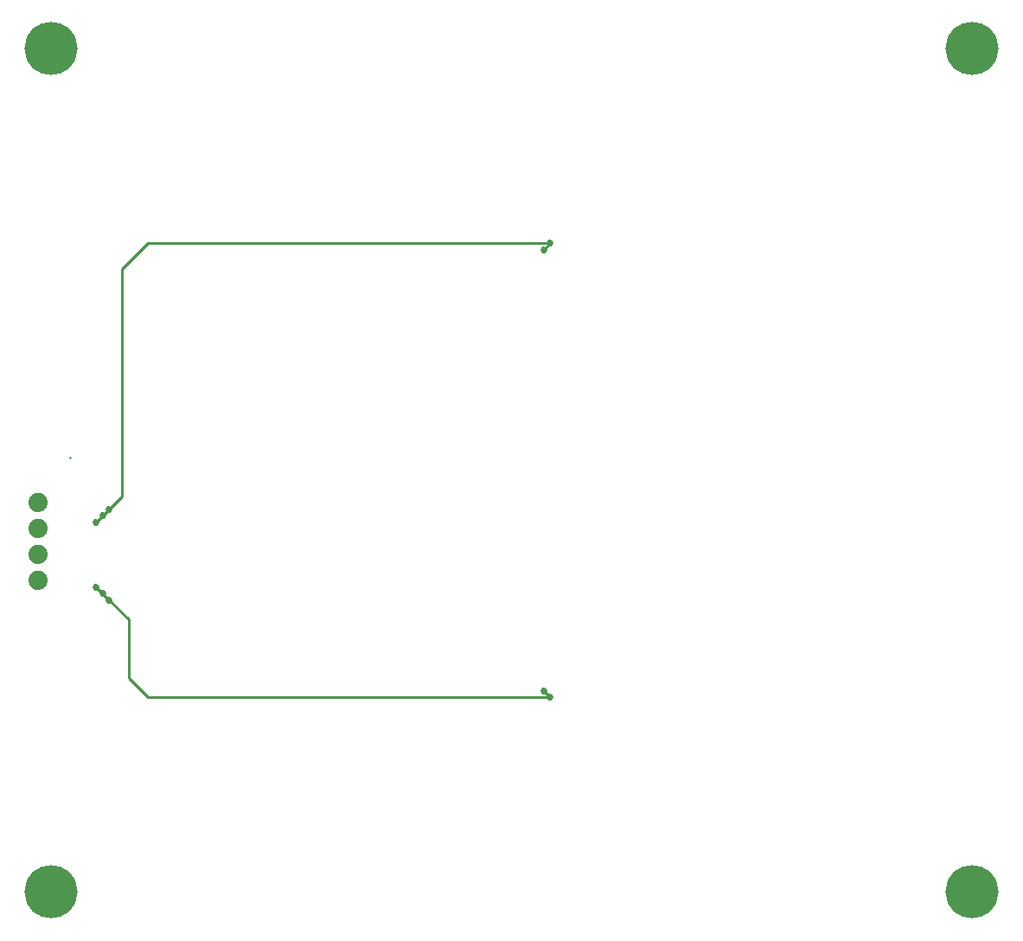
<source format=gbr>
G04 #@! TF.GenerationSoftware,KiCad,Pcbnew,(5.0.2)-1*
G04 #@! TF.CreationDate,2020-06-24T22:28:35-05:00*
G04 #@! TF.ProjectId,ProximityTankTwo_V1,50726f78-696d-4697-9479-54616e6b5477,rev?*
G04 #@! TF.SameCoordinates,Original*
G04 #@! TF.FileFunction,Copper,L2,Bot*
G04 #@! TF.FilePolarity,Positive*
%FSLAX46Y46*%
G04 Gerber Fmt 4.6, Leading zero omitted, Abs format (unit mm)*
G04 Created by KiCad (PCBNEW (5.0.2)-1) date 6/24/2020 10:28:35 PM*
%MOMM*%
%LPD*%
G01*
G04 APERTURE LIST*
G04 #@! TA.AperFunction,ComponentPad*
%ADD10C,5.200000*%
G04 #@! TD*
G04 #@! TA.AperFunction,ComponentPad*
%ADD11C,0.500000*%
G04 #@! TD*
G04 #@! TA.AperFunction,ComponentPad*
%ADD12C,1.879600*%
G04 #@! TD*
G04 #@! TA.AperFunction,ViaPad*
%ADD13C,0.685800*%
G04 #@! TD*
G04 #@! TA.AperFunction,Conductor*
%ADD14C,0.254000*%
G04 #@! TD*
G04 APERTURE END LIST*
D10*
G04 #@! TO.P,H1,1*
G04 #@! TO.N,Net-(H1-Pad1)*
X28575000Y-28575000D03*
D11*
X30607000Y-28575000D03*
X26543000Y-28575000D03*
X28575000Y-26543000D03*
X28575000Y-30607000D03*
X30099000Y-30099000D03*
X30099000Y-27051000D03*
X27051000Y-27051000D03*
X27051000Y-30099000D03*
G04 #@! TD*
D10*
G04 #@! TO.P,H2,1*
G04 #@! TO.N,Net-(H2-Pad1)*
X118745000Y-28575000D03*
D11*
X120777000Y-28575000D03*
X116713000Y-28575000D03*
X118745000Y-26543000D03*
X118745000Y-30607000D03*
X120269000Y-30099000D03*
X120269000Y-27051000D03*
X117221000Y-27051000D03*
X117221000Y-30099000D03*
G04 #@! TD*
G04 #@! TO.P,H3,1*
G04 #@! TO.N,Net-(H3-Pad1)*
X117221000Y-112649000D03*
X117221000Y-109601000D03*
X120269000Y-109601000D03*
X120269000Y-112649000D03*
X118745000Y-113157000D03*
X118745000Y-109093000D03*
X116713000Y-111125000D03*
X120777000Y-111125000D03*
D10*
X118745000Y-111125000D03*
G04 #@! TD*
D11*
G04 #@! TO.P,H4,1*
G04 #@! TO.N,Net-(H4-Pad1)*
X27051000Y-112649000D03*
X27051000Y-109601000D03*
X30099000Y-109601000D03*
X30099000Y-112649000D03*
X28575000Y-113157000D03*
X28575000Y-109093000D03*
X26543000Y-111125000D03*
X30607000Y-111125000D03*
D10*
X28575000Y-111125000D03*
G04 #@! TD*
D12*
G04 #@! TO.P,J1,1*
G04 #@! TO.N,/LC1*
X27305000Y-73025000D03*
G04 #@! TO.P,J1,2*
X27305000Y-75565000D03*
G04 #@! TO.P,J1,3*
G04 #@! TO.N,/LC2*
X27305000Y-78105000D03*
G04 #@! TO.P,J1,4*
X27305000Y-80645000D03*
G04 #@! TD*
D13*
G04 #@! TO.N,/LC2*
X76835000Y-91440000D03*
X76835000Y-91440000D03*
X33020000Y-81280000D03*
X33655000Y-81915000D03*
X34290000Y-82550000D03*
X77470000Y-92075000D03*
X77470000Y-92075000D03*
G04 #@! TO.N,/LC1*
X76835000Y-48260000D03*
X76835000Y-48260000D03*
X77470000Y-47625000D03*
X77470000Y-47625000D03*
X33020000Y-74930000D03*
X33655000Y-74295000D03*
X34290000Y-73660000D03*
G04 #@! TD*
D14*
G04 #@! TO.N,/LC2*
X36195000Y-84455000D02*
X34290000Y-82550000D01*
X33020000Y-81280000D02*
X33020000Y-81280000D01*
X33020000Y-81280000D02*
X34290000Y-82550000D01*
X36195000Y-84455000D02*
X36195000Y-90170000D01*
X36195000Y-90170000D02*
X38100000Y-92075000D01*
X77470000Y-92075000D02*
X38100000Y-92075000D01*
X77470000Y-92075000D02*
X76835000Y-91440000D01*
G04 #@! TO.N,/LC1*
X77470000Y-47625000D02*
X38100000Y-47625000D01*
X77470000Y-47625000D02*
X76835000Y-48260000D01*
X38100000Y-47625000D02*
X35560000Y-50165000D01*
X30480000Y-68580000D02*
X30480000Y-68580000D01*
X35560000Y-50165000D02*
X35560000Y-72390000D01*
X35560000Y-72390000D02*
X34290000Y-73660000D01*
X33020000Y-74930000D02*
X33020000Y-74930000D01*
X33655000Y-74295000D02*
X33020000Y-74930000D01*
X34290000Y-73660000D02*
X33655000Y-74295000D01*
G04 #@! TD*
M02*

</source>
